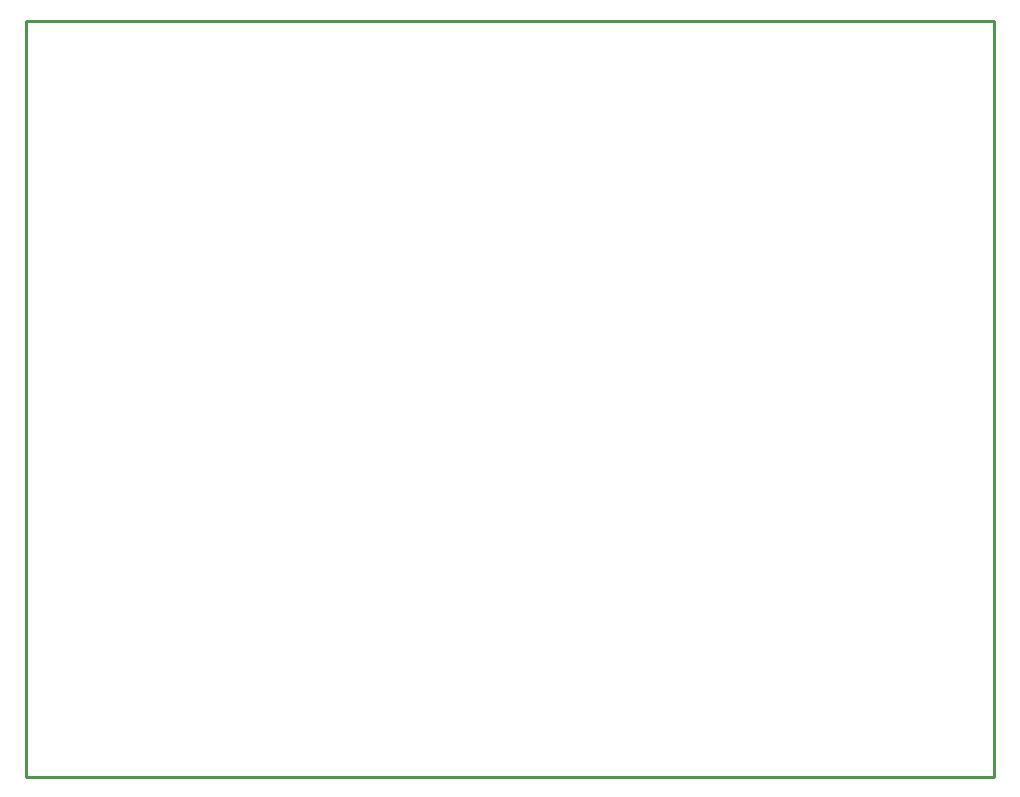
<source format=gko>
G04 Layer: BoardOutlineLayer*
G04 EasyEDA v6.5.23, 2023-06-03 17:25:55*
G04 e563b856323e489fb497cbcb29ae2dd2,10*
G04 Gerber Generator version 0.2*
G04 Scale: 100 percent, Rotated: No, Reflected: No *
G04 Dimensions in millimeters *
G04 leading zeros omitted , absolute positions ,4 integer and 5 decimal *
%FSLAX45Y45*%
%MOMM*%

%ADD10C,0.2540*%
D10*
X8964091Y10160000D02*
G01*
X8964091Y3760012D01*
X764108Y3760012D01*
X764108Y3760012D02*
G01*
X764108Y10160000D01*
X764108Y10160000D02*
G01*
X8964091Y10160000D01*

%LPD*%
M02*

</source>
